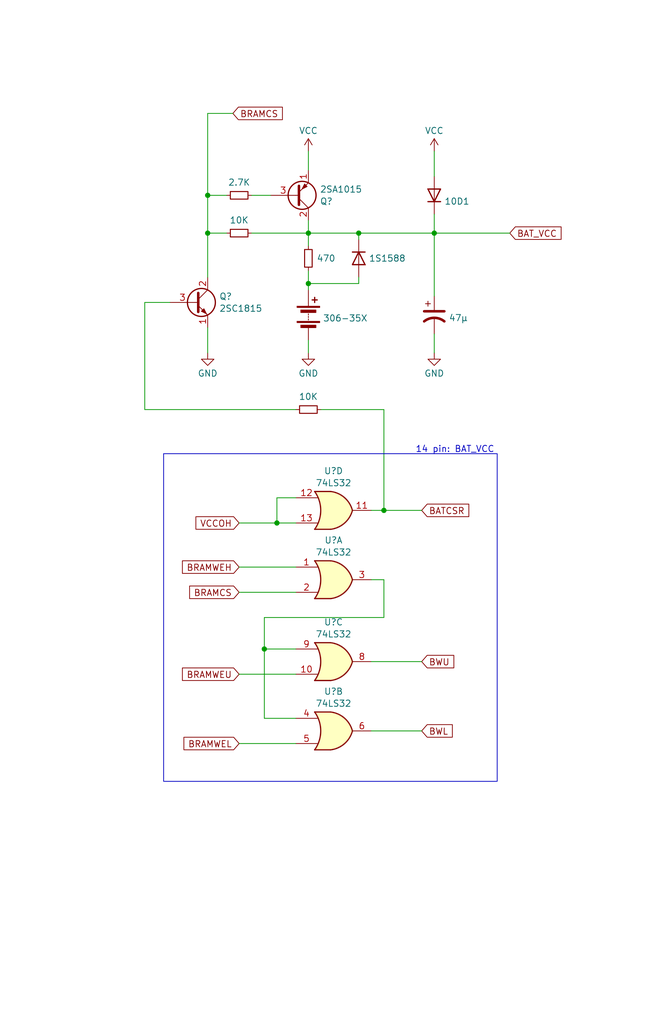
<source format=kicad_sch>
(kicad_sch (version 20230121) (generator eeschema)
  (paper "User" 135.026 206.4)
  (title_block (date "2023-08-15") (company "SNK") (comment 3 "Converted by Frater ") (comment 4 "NEO-GEO MVS MV1F") (comment 9 "https://github.com/Neo-Geo-Hardwares/Schematics-MV1F"))
  (lib_symbols
    (symbol "74xx:74LS32" (pin_names (offset 1.016))
      (property "Reference" "U" (at 0 1.27 0))
      (property "Value" "74LS32" (at 0 -1.27 0))
      (symbol "74LS32_1_1"
        (arc (start -3.81 -3.81) (mid -2.589 0) (end -3.81 3.81) (stroke (width 0.254)))
        (arc (start -0.6096 -3.81) (mid 2.1842 -2.5851) (end 3.81 0) (stroke (width 0.254)) (fill (type background)))
        (polyline (pts (xy -3.81 -3.81) (xy -0.635 -3.81)) (stroke (width 0.254)) (fill (type background)))
        (polyline (pts (xy -3.81 3.81) (xy -0.635 3.81)) (stroke (width 0.254)) (fill (type background)))
        (polyline (pts (xy -0.635 3.81) (xy -3.81 3.81) (xy -3.81 3.81) (xy -3.556 3.4036) (xy -3.0226 2.2606) (xy -2.6924 1.0414) (xy -2.6162 -0.254) (xy -2.7686 -1.4986) (xy -3.175 -2.7178) (xy -3.81 -3.81) (xy -3.81 -3.81) (xy -0.635 -3.81)) (stroke (width -25.4)) (fill (type background)))
        (arc (start 3.81 0) (mid 2.1915 2.5936) (end -0.6096 3.81) (stroke (width 0.254)) (fill (type background)))
        (pin input line (at -7.62 2.54 0) (length 4.318) (name "~") (number "1"))
        (pin input line (at -7.62 -2.54 0) (length 4.318) (name "~") (number "2"))
        (pin output line (at 7.62 0 180) (length 3.81) (name "~") (number "3"))
      )
      (symbol "74LS32_1_2"
        (arc (start 0 -3.81) (mid 3.7934 0) (end 0 3.81) (stroke (width 0.254)) (fill (type background)))
        (polyline (pts (xy 0 3.81) (xy -3.81 3.81) (xy -3.81 -3.81) (xy 0 -3.81)) (stroke (width 0.254)) (fill (type background)))
        (pin input inverted (at -7.62 2.54 0) (length 3.81) (name "~") (number "1"))
        (pin input inverted (at -7.62 -2.54 0) (length 3.81) (name "~") (number "2"))
        (pin output inverted (at 7.62 0 180) (length 3.81) (name "~") (number "3"))
      )
      (symbol "74LS32_2_1"
        (arc (start -3.81 -3.81) (mid -2.589 0) (end -3.81 3.81) (stroke (width 0.254)))
        (arc (start -0.6096 -3.81) (mid 2.1842 -2.5851) (end 3.81 0) (stroke (width 0.254)) (fill (type background)))
        (polyline (pts (xy -3.81 -3.81) (xy -0.635 -3.81)) (stroke (width 0.254)) (fill (type background)))
        (polyline (pts (xy -3.81 3.81) (xy -0.635 3.81)) (stroke (width 0.254)) (fill (type background)))
        (polyline (pts (xy -0.635 3.81) (xy -3.81 3.81) (xy -3.81 3.81) (xy -3.556 3.4036) (xy -3.0226 2.2606) (xy -2.6924 1.0414) (xy -2.6162 -0.254) (xy -2.7686 -1.4986) (xy -3.175 -2.7178) (xy -3.81 -3.81) (xy -3.81 -3.81) (xy -0.635 -3.81)) (stroke (width -25.4)) (fill (type background)))
        (arc (start 3.81 0) (mid 2.1915 2.5936) (end -0.6096 3.81) (stroke (width 0.254)) (fill (type background)))
        (pin input line (at -7.62 2.54 0) (length 4.318) (name "~") (number "4"))
        (pin input line (at -7.62 -2.54 0) (length 4.318) (name "~") (number "5"))
        (pin output line (at 7.62 0 180) (length 3.81) (name "~") (number "6"))
      )
      (symbol "74LS32_2_2"
        (arc (start 0 -3.81) (mid 3.7934 0) (end 0 3.81) (stroke (width 0.254)) (fill (type background)))
        (polyline (pts (xy 0 3.81) (xy -3.81 3.81) (xy -3.81 -3.81) (xy 0 -3.81)) (stroke (width 0.254)) (fill (type background)))
        (pin input inverted (at -7.62 2.54 0) (length 3.81) (name "~") (number "4"))
        (pin input inverted (at -7.62 -2.54 0) (length 3.81) (name "~") (number "5"))
        (pin output inverted (at 7.62 0 180) (length 3.81) (name "~") (number "6"))
      )
      (symbol "74LS32_3_1"
        (arc (start -3.81 -3.81) (mid -2.589 0) (end -3.81 3.81) (stroke (width 0.254)))
        (arc (start -0.6096 -3.81) (mid 2.1842 -2.5851) (end 3.81 0) (stroke (width 0.254)) (fill (type background)))
        (polyline (pts (xy -3.81 -3.81) (xy -0.635 -3.81)) (stroke (width 0.254)) (fill (type background)))
        (polyline (pts (xy -3.81 3.81) (xy -0.635 3.81)) (stroke (width 0.254)) (fill (type background)))
        (polyline (pts (xy -0.635 3.81) (xy -3.81 3.81) (xy -3.81 3.81) (xy -3.556 3.4036) (xy -3.0226 2.2606) (xy -2.6924 1.0414) (xy -2.6162 -0.254) (xy -2.7686 -1.4986) (xy -3.175 -2.7178) (xy -3.81 -3.81) (xy -3.81 -3.81) (xy -0.635 -3.81)) (stroke (width -25.4)) (fill (type background)))
        (arc (start 3.81 0) (mid 2.1915 2.5936) (end -0.6096 3.81) (stroke (width 0.254)) (fill (type background)))
        (pin input line (at -7.62 -2.54 0) (length 4.318) (name "~") (number "10"))
        (pin output line (at 7.62 0 180) (length 3.81) (name "~") (number "8"))
        (pin input line (at -7.62 2.54 0) (length 4.318) (name "~") (number "9"))
      )
      (symbol "74LS32_3_2"
        (arc (start 0 -3.81) (mid 3.7934 0) (end 0 3.81) (stroke (width 0.254)) (fill (type background)))
        (polyline (pts (xy 0 3.81) (xy -3.81 3.81) (xy -3.81 -3.81) (xy 0 -3.81)) (stroke (width 0.254)) (fill (type background)))
        (pin input inverted (at -7.62 -2.54 0) (length 3.81) (name "~") (number "10"))
        (pin output inverted (at 7.62 0 180) (length 3.81) (name "~") (number "8"))
        (pin input inverted (at -7.62 2.54 0) (length 3.81) (name "~") (number "9"))
      )
      (symbol "74LS32_4_1"
        (arc (start -3.81 -3.81) (mid -2.589 0) (end -3.81 3.81) (stroke (width 0.254)))
        (arc (start -0.6096 -3.81) (mid 2.1842 -2.5851) (end 3.81 0) (stroke (width 0.254)) (fill (type background)))
        (polyline (pts (xy -3.81 -3.81) (xy -0.635 -3.81)) (stroke (width 0.254)) (fill (type background)))
        (polyline (pts (xy -3.81 3.81) (xy -0.635 3.81)) (stroke (width 0.254)) (fill (type background)))
        (polyline (pts (xy -0.635 3.81) (xy -3.81 3.81) (xy -3.81 3.81) (xy -3.556 3.4036) (xy -3.0226 2.2606) (xy -2.6924 1.0414) (xy -2.6162 -0.254) (xy -2.7686 -1.4986) (xy -3.175 -2.7178) (xy -3.81 -3.81) (xy -3.81 -3.81) (xy -0.635 -3.81)) (stroke (width -25.4)) (fill (type background)))
        (arc (start 3.81 0) (mid 2.1915 2.5936) (end -0.6096 3.81) (stroke (width 0.254)) (fill (type background)))
        (pin output line (at 7.62 0 180) (length 3.81) (name "~") (number "11"))
        (pin input line (at -7.62 2.54 0) (length 4.318) (name "~") (number "12"))
        (pin input line (at -7.62 -2.54 0) (length 4.318) (name "~") (number "13"))
      )
      (symbol "74LS32_4_2"
        (arc (start 0 -3.81) (mid 3.7934 0) (end 0 3.81) (stroke (width 0.254)) (fill (type background)))
        (polyline (pts (xy 0 3.81) (xy -3.81 3.81) (xy -3.81 -3.81) (xy 0 -3.81)) (stroke (width 0.254)) (fill (type background)))
        (pin output inverted (at 7.62 0 180) (length 3.81) (name "~") (number "11"))
        (pin input inverted (at -7.62 2.54 0) (length 3.81) (name "~") (number "12"))
        (pin input inverted (at -7.62 -2.54 0) (length 3.81) (name "~") (number "13"))
      )
      (symbol "74LS32_5_0"
        (pin power_in line (at 0 12.7 270) (length 5.08) (name "VCC") (number "14"))
        (pin power_in line (at 0 -12.7 90) (length 5.08) (name "GND") (number "7"))
      )
      (symbol "74LS32_5_1"
        (rectangle (start -5.08 7.62) (end 5.08 -7.62) (stroke (width 0.254)) (fill (type background)))
      )
    )
    (symbol "Device:Battery" (pin_numbers hide) (pin_names (offset 0) hide)
      (property "Reference" "BT" (at 2.54 2.54 0))
      (property "Value" "Battery" (at 2.54 0 0))
      (symbol "Battery_0_1"
        (rectangle (start -2.286 -1.27) (end 2.286 -1.524) (fill (type outline)))
        (rectangle (start -2.286 1.778) (end 2.286 1.524) (fill (type outline)))
        (rectangle (start -1.524 -2.032) (end 1.524 -2.54) (fill (type outline)))
        (rectangle (start -1.524 1.016) (end 1.524 0.508) (fill (type outline)))
        (polyline (pts (xy 0 -1.016) (xy 0 -0.762)))
        (polyline (pts (xy 0 -0.508) (xy 0 -0.254)))
        (polyline (pts (xy 0 0) (xy 0 0.254)))
        (polyline (pts (xy 0 1.778) (xy 0 2.54)))
        (polyline (pts (xy 0.762 3.048) (xy 1.778 3.048)) (stroke (width 0.254)))
        (polyline (pts (xy 1.27 3.556) (xy 1.27 2.54)) (stroke (width 0.254)))
      )
      (symbol "Battery_1_1"
        (pin passive line (at 0 5.08 270) (length 2.54) (name "+") (number "1"))
        (pin passive line (at 0 -5.08 90) (length 2.54) (name "-") (number "2"))
      )
    )
    (symbol "Device:C_Polarized_US" (pin_numbers hide) (pin_names (offset 0.254) hide)
      (property "Reference" "C" (at 0.635 2.54 0))
      (property "Value" "C_Polarized_US" (at 0.635 -2.54 0))
      (symbol "C_Polarized_US_0_1"
        (polyline (pts (xy -2.032 0.762) (xy 2.032 0.762)) (stroke (width 0.508)))
        (polyline (pts (xy -1.778 2.286) (xy -0.762 2.286)))
        (polyline (pts (xy -1.27 1.778) (xy -1.27 2.794)))
        (arc (start 2.032 -1.27) (mid 0 -0.5572) (end -2.032 -1.27) (stroke (width 0.508)))
      )
      (symbol "C_Polarized_US_1_1"
        (pin passive line (at 0 3.81 270) (length 2.794) (name "~") (number "1"))
        (pin passive line (at 0 -3.81 90) (length 3.302) (name "~") (number "2"))
      )
    )
    (symbol "Device:R_Small" (pin_numbers hide) (pin_names (offset 0.254) hide)
      (property "Reference" "R" (at 0.762 0.508 0))
      (property "Value" "R_Small" (at 0.762 -1.016 0))
      (symbol "R_Small_0_1"
        (rectangle (start -0.762 1.778) (end 0.762 -1.778) (stroke (width 0.2032)))
      )
      (symbol "R_Small_1_1"
        (pin passive line (at 0 2.54 270) (length 0.762) (name "~") (number "1"))
        (pin passive line (at 0 -2.54 90) (length 0.762) (name "~") (number "2"))
      )
    )
    (symbol "Diode:1N4001" (pin_numbers hide) (pin_names hide)
      (property "Reference" "D" (at 0 2.54 0))
      (property "Value" "1N4001" (at 0 -2.54 0))
      (symbol "1N4001_0_1"
        (polyline (pts (xy -1.27 1.27) (xy -1.27 -1.27)) (stroke (width 0.254)))
        (polyline (pts (xy 1.27 0) (xy -1.27 0)))
        (polyline (pts (xy 1.27 1.27) (xy 1.27 -1.27) (xy -1.27 0) (xy 1.27 1.27)) (stroke (width 0.254)))
      )
      (symbol "1N4001_1_1"
        (pin passive line (at -3.81 0 0) (length 2.54) (name "K") (number "1"))
        (pin passive line (at 3.81 0 180) (length 2.54) (name "A") (number "2"))
      )
    )
    (symbol "Transistor_BJT:2SA1015" (pin_names (offset 0) hide)
      (property "Reference" "Q" (at 5.08 1.905 0))
      (property "Value" "2SA1015" (at 5.08 0 0))
      (symbol "2SA1015_0_1"
        (polyline (pts (xy 0 0) (xy 0.635 0)))
        (polyline (pts (xy 2.54 -2.54) (xy 0.635 -0.635)))
        (polyline (pts (xy 2.54 2.54) (xy 0.635 0.635)))
        (polyline (pts (xy 0.635 1.905) (xy 0.635 -1.905) (xy 0.635 -1.905)) (stroke (width 0.508)) (fill (type outline)))
        (polyline (pts (xy 1.778 -2.286) (xy 2.286 -1.778) (xy 1.27 -1.27) (xy 1.778 -2.286) (xy 1.778 -2.286)) (fill (type outline)))
        (circle (center 1.27 0) (radius 2.8194) (stroke (width 0.254)))
      )
      (symbol "2SA1015_1_1"
        (pin passive line (at 2.54 -5.08 90) (length 2.54) (name "E") (number "1"))
        (pin passive line (at 2.54 5.08 270) (length 2.54) (name "C") (number "2"))
        (pin input line (at -5.08 0 0) (length 5.08) (name "B") (number "3"))
      )
    )
    (symbol "Transistor_BJT:2SC1815" (pin_names (offset 0) hide)
      (property "Reference" "Q" (at 5.08 1.905 0))
      (property "Value" "2SC1815" (at 5.08 0 0))
      (symbol "2SC1815_0_1"
        (polyline (pts (xy 0 0) (xy 0.508 0)))
        (polyline (pts (xy 0.635 0.635) (xy 2.54 2.54)))
        (polyline (pts (xy 0.635 -0.635) (xy 2.54 -2.54) (xy 2.54 -2.54)))
        (polyline (pts (xy 0.635 1.905) (xy 0.635 -1.905) (xy 0.635 -1.905)) (stroke (width 0.508)))
        (polyline (pts (xy 1.27 -1.778) (xy 1.778 -1.27) (xy 2.286 -2.286) (xy 1.27 -1.778) (xy 1.27 -1.778)) (fill (type outline)))
        (circle (center 1.27 0) (radius 2.8194) (stroke (width 0.254)))
      )
      (symbol "2SC1815_1_1"
        (pin passive line (at 2.54 -5.08 90) (length 2.54) (name "E") (number "1"))
        (pin passive line (at 2.54 5.08 270) (length 2.54) (name "C") (number "2"))
        (pin input line (at -5.08 0 0) (length 5.08) (name "B") (number "3"))
      )
    )
    (symbol "power:GND" (power) (pin_names (offset 0))
      (property "Value" "GND" (at 0 -3.81 0))
      (symbol "GND_0_1"
        (polyline (pts (xy 0 0) (xy 0 -1.27) (xy 1.27 -1.27) (xy 0 -2.54) (xy -1.27 -1.27) (xy 0 -1.27)))
      )
      (symbol "GND_1_1"
        (pin power_in line (at 0 0 270) (length 0) hide (name "GND") (number "1"))
      )
    )
    (symbol "power:VCC" (power) (pin_names (offset 0))
      (property "Value" "VCC" (at 0 3.81 0))
      (symbol "VCC_0_1"
        (polyline (pts (xy -0.762 1.27) (xy 0 2.54)))
        (polyline (pts (xy 0 0) (xy 0 2.54)))
        (polyline (pts (xy 0 2.54) (xy 0.762 1.27)))
      )
      (symbol "VCC_1_1"
        (pin power_in line (at 0 0 90) (length 0) hide (name "VCC") (number "1"))
      )
    )
  )
  (junction (at 62.23 57.15))
  (junction (at 55.88 105.41))
  (junction (at 62.23 46.99))
  (junction (at 53.34 130.81))
  (junction (at 41.91 39.37))
  (junction (at 87.63 46.99))
  (junction (at 41.91 46.99))
  (junction (at 72.39 46.99))
  (junction (at 77.47 102.87))
  (wire (pts (xy 53.34 124.46) (xy 53.34 130.81)))
  (wire (pts (xy 72.39 46.99) (xy 72.39 48.26)))
  (wire (pts (xy 55.88 100.33) (xy 55.88 105.41)))
  (wire (pts (xy 41.91 71.12) (xy 41.91 66.04)))
  (wire (pts (xy 29.21 82.55) (xy 59.69 82.55)))
  (wire (pts (xy 87.63 46.99) (xy 102.87 46.99)))
  (wire (pts (xy 74.93 147.32) (xy 85.09 147.32)))
  (wire (pts (xy 62.23 30.48) (xy 62.23 34.29)))
  (wire (pts (xy 77.47 116.84) (xy 77.47 124.46)))
  (wire (pts (xy 87.63 43.18) (xy 87.63 46.99)))
  (wire (pts (xy 62.23 68.58) (xy 62.23 71.12)))
  (wire (pts (xy 74.93 116.84) (xy 77.47 116.84)))
  (wire (pts (xy 62.23 54.61) (xy 62.23 57.15)))
  (wire (pts (xy 48.26 114.3) (xy 59.69 114.3)))
  (wire (pts (xy 87.63 46.99) (xy 72.39 46.99)))
  (wire (pts (xy 59.69 100.33) (xy 55.88 100.33)))
  (wire (pts (xy 77.47 102.87) (xy 85.09 102.87)))
  (wire (pts (xy 59.69 144.78) (xy 53.34 144.78)))
  (wire (pts (xy 74.93 133.35) (xy 85.09 133.35)))
  (wire (pts (xy 48.26 119.38) (xy 59.69 119.38)))
  (wire (pts (xy 41.91 39.37) (xy 41.91 46.99)))
  (wire (pts (xy 29.21 82.55) (xy 29.21 60.96)))
  (wire (pts (xy 50.8 39.37) (xy 54.61 39.37)))
  (wire (pts (xy 55.88 105.41) (xy 59.69 105.41)))
  (wire (pts (xy 64.77 82.55) (xy 77.47 82.55)))
  (wire (pts (xy 77.47 124.46) (xy 53.34 124.46)))
  (wire (pts (xy 48.26 105.41) (xy 55.88 105.41)))
  (wire (pts (xy 87.63 46.99) (xy 87.63 59.69)))
  (wire (pts (xy 77.47 82.55) (xy 77.47 102.87)))
  (wire (pts (xy 62.23 57.15) (xy 62.23 58.42)))
  (wire (pts (xy 53.34 144.78) (xy 53.34 130.81)))
  (wire (pts (xy 48.26 149.86) (xy 59.69 149.86)))
  (wire (pts (xy 50.8 46.99) (xy 62.23 46.99)))
  (wire (pts (xy 48.26 135.89) (xy 59.69 135.89)))
  (wire (pts (xy 41.91 46.99) (xy 41.91 55.88)))
  (wire (pts (xy 41.91 39.37) (xy 45.72 39.37)))
  (wire (pts (xy 41.91 46.99) (xy 45.72 46.99)))
  (wire (pts (xy 62.23 44.45) (xy 62.23 46.99)))
  (wire (pts (xy 62.23 57.15) (xy 72.39 57.15)))
  (wire (pts (xy 53.34 130.81) (xy 59.69 130.81)))
  (wire (pts (xy 46.99 22.86) (xy 41.91 22.86)))
  (wire (pts (xy 41.91 22.86) (xy 41.91 39.37)))
  (wire (pts (xy 29.21 60.96) (xy 34.29 60.96)))
  (wire (pts (xy 74.93 102.87) (xy 77.47 102.87)))
  (wire (pts (xy 87.63 67.31) (xy 87.63 71.12)))
  (wire (pts (xy 72.39 46.99) (xy 62.23 46.99)))
  (wire (pts (xy 87.63 30.48) (xy 87.63 35.56)))
  (wire (pts (xy 62.23 46.99) (xy 62.23 49.53)))
  (wire (pts (xy 72.39 57.15) (xy 72.39 55.88)))
  (rectangle (start 33.02 91.44) (end 100.33 157.48))
  (text "14 pin: BAT_VCC" (at 83.82 91.44 0) (effects (font (size 1.27 1.27)) (justify left bottom)))
  (global_label "BWU" (shape input) (at 85.09 133.35 0) (property "Intersheetrefs" "${INTERSHEET_REFS}" (at 92.1271 133.35 0) (effects (justify left))))
  (global_label "BATCSR" (shape input) (at 85.09 102.87 0) (property "Intersheetrefs" "${INTERSHEET_REFS}" (at 95.1509 102.87 0) (effects (justify left))))
  (global_label "BRAMWEH" (shape input) (at 48.26 114.3 180) (property "Intersheetrefs" "${INTERSHEET_REFS}" (at 36.2639 114.3 0) (effects (justify right))))
  (global_label "BRAMCS" (shape input) (at 48.26 119.38 180) (property "Intersheetrefs" "${INTERSHEET_REFS}" (at 37.7153 119.38 0) (effects (justify right))))
  (global_label "BRAMCS" (shape input) (at 46.99 22.86 0) (property "Intersheetrefs" "${INTERSHEET_REFS}" (at 57.5347 22.86 0) (effects (justify left))))
  (global_label "BWL" (shape input) (at 85.09 147.32 0) (property "Intersheetrefs" "${INTERSHEET_REFS}" (at 91.8247 147.32 0) (effects (justify left))))
  (global_label "BRAMWEU" (shape input) (at 48.26 135.89 180) (property "Intersheetrefs" "${INTERSHEET_REFS}" (at 36.2639 135.89 0) (effects (justify right))))
  (global_label "VCCOH" (shape input) (at 48.26 105.41 180) (property "Intersheetrefs" "${INTERSHEET_REFS}" (at 38.9852 105.41 0) (effects (justify right))))
  (global_label "BRAMWEL" (shape input) (at 48.26 149.86 180) (property "Intersheetrefs" "${INTERSHEET_REFS}" (at 36.5663 149.86 0) (effects (justify right))))
  (global_label "BAT_VCC" (shape input) (at 102.87 46.99 0) (property "Intersheetrefs" "${INTERSHEET_REFS}" (at 113.7776 46.99 0) (effects (justify left))))
  (symbol (lib_id "Transistor_BJT:2SC1815") (at 39.37 60.96 0) (unit 1)
    (property "Reference" "Q?" (at 44.2214 59.7479 0) (effects (justify left)))
    (property "Value" "2SC1815" (at 44.2214 62.1721 0) (effects (justify left)))
    (property "Footprint" "Package_TO_SOT_THT:TO-92_Inline" (effects hide))
    (property "Datasheet" "https://media.digikey.com/pdf/Data%20Sheets/Toshiba%20PDFs/2SC1815.pdf" (effects hide))
    (instances (project "MVS" (path "" (reference "Q?") (unit 1)) (path "" (reference "Q1") (unit 1))))
  )
  (symbol (lib_id "power:GND") (at 62.23 71.12 0) (unit 1)
    (property "Reference" "#PWR?" (effects hide))
    (property "Value" "GND" (at 62.23 75.2531 0))
    (instances (project "MVS" (path "" (reference "#PWR?") (unit 1)) (path "" (reference "#PWR014") (unit 1))))
  )
  (symbol (lib_id "Device:R_Small") (at 62.23 52.07 180) (unit 1)
    (property "Reference" "R?" (effects hide))
    (property "Value" "470" (at 63.881 52.07 0) (effects (justify right)))
    (instances (project "MVS" (path "" (reference "R?") (unit 1)) (path "" (reference "R3") (unit 1))))
  )
  (symbol (lib_id "Device:R_Small") (at 62.23 82.55 90) (unit 1)
    (property "Reference" "R?" (effects hide))
    (property "Value" "10K" (at 62.23 79.9409 90))
    (instances (project "MVS" (path "" (reference "R?") (unit 1)) (path "" (reference "R4") (unit 1))))
  )
  (symbol (lib_id "power:VCC") (at 62.23 30.48 0) (unit 1)
    (property "Reference" "#PWR?" (effects hide))
    (property "Value" "VCC" (at 62.23 26.3469 0))
    (instances (project "MVS" (path "" (reference "#PWR?") (unit 1)) (path "" (reference "#PWR013") (unit 1))))
  )
  (symbol (lib_id "power:GND") (at 41.91 71.12 0) (unit 1)
    (property "Reference" "#PWR?" (effects hide))
    (property "Value" "GND" (at 41.91 75.2531 0))
    (instances (project "MVS" (path "" (reference "#PWR?") (unit 1)) (path "" (reference "#PWR012") (unit 1))))
  )
  (symbol (lib_id "Device:C_Polarized_US") (at 87.63 63.5 0) (unit 1)
    (property "Reference" "C?" (effects hide))
    (property "Value" "47µ" (at 90.551 64.0771 0) (effects (justify left)))
    (instances (project "MVS" (path "" (reference "C?") (unit 1)) (path "" (reference "C1") (unit 1))))
  )
  (symbol (lib_id "Diode:1N4001") (at 72.39 52.07 270) (unit 1)
    (property "Reference" "D?" (effects hide))
    (property "Value" "1S1588" (at 74.422 52.07 90) (effects (justify left)))
    (property "Footprint" "Diode_THT:D_DO-41_SOD81_P10.16mm_Horizontal" (effects hide))
    (property "Datasheet" "http://www.vishay.com/docs/88503/1n4001.pdf" (effects hide))
    (property "Sim.Device" "D" (effects hide))
    (property "Sim.Pins" "1=K 2=A" (effects hide))
    (instances (project "MVS" (path "" (reference "D?") (unit 1)) (path "" (reference "D1") (unit 1))))
  )
  (symbol (lib_id "Device:Battery") (at 62.23 63.5 0) (unit 1)
    (property "Reference" "BT?" (effects hide))
    (property "Value" "306-35X" (at 65.151 64.1406 0) (effects (justify left)))
    (instances (project "MVS" (path "" (reference "BT?") (unit 1)) (path "" (reference "BT1") (unit 1))))
  )
  (symbol (lib_id "74xx:74LS32") (at 67.31 102.87 0) (unit 4)
    (property "Reference" "U?" (at 67.31 94.9157 0))
    (property "Value" "74LS32" (at 67.31 97.3399 0))
    (property "Footprint" "Package_DIP:DIP-14_W7.62mm" (effects hide))
    (property "Datasheet" "http://www.ti.com/lit/gpn/sn74LS32" (effects hide))
    (instances (project "MVS" (path "" (reference "U?") (unit 4)) (path "" (reference "U2") (unit 4))))
  )
  (symbol (lib_id "Device:R_Small") (at 48.26 39.37 90) (unit 1)
    (property "Reference" "R?" (effects hide))
    (property "Value" "2.7K" (at 48.26 36.7609 90))
    (instances (project "MVS" (path "" (reference "R?") (unit 1)) (path "" (reference "R1") (unit 1))))
  )
  (symbol (lib_id "74xx:74LS32") (at 67.31 116.84 0) (unit 1)
    (property "Reference" "U?" (at 67.31 108.8857 0))
    (property "Value" "74LS32" (at 67.31 111.3099 0))
    (property "Footprint" "Package_DIP:DIP-14_W7.62mm" (effects hide))
    (property "Datasheet" "http://www.ti.com/lit/gpn/sn74LS32" (effects hide))
    (instances (project "MVS" (path "" (reference "U?") (unit 1)) (path "" (reference "U2") (unit 1))))
  )
  (symbol (lib_id "Transistor_BJT:2SA1015") (at 59.69 39.37 0) (mirror x) (unit 1)
    (property "Reference" "Q?" (at 64.5414 40.5821 0) (effects (justify left)))
    (property "Value" "2SA1015" (at 64.5414 38.1579 0) (effects (justify left)))
    (property "Footprint" "Package_TO_SOT_THT:TO-92_Inline" (effects hide))
    (property "Datasheet" "http://www.datasheetcatalog.org/datasheet/toshiba/905.pdf" (effects hide))
    (instances (project "MVS" (path "" (reference "Q?") (unit 1)) (path "" (reference "Q2") (unit 1))))
  )
  (symbol (lib_id "power:GND") (at 87.63 71.12 0) (unit 1)
    (property "Reference" "#PWR?" (effects hide))
    (property "Value" "GND" (at 87.63 75.2531 0))
    (instances (project "MVS" (path "" (reference "#PWR?") (unit 1)) (path "" (reference "#PWR016") (unit 1))))
  )
  (symbol (lib_id "power:VCC") (at 87.63 30.48 0) (unit 1)
    (property "Reference" "#PWR?" (effects hide))
    (property "Value" "VCC" (at 87.63 26.3469 0))
    (instances (project "MVS" (path "" (reference "#PWR?") (unit 1)) (path "" (reference "#PWR015") (unit 1))))
  )
  (symbol (lib_id "Diode:1N4001") (at 87.63 39.37 90) (unit 1)
    (property "Reference" "D?" (effects hide))
    (property "Value" "10D1" (at 89.662 40.5821 90) (effects (justify right)))
    (property "Footprint" "Diode_THT:D_DO-41_SOD81_P10.16mm_Horizontal" (effects hide))
    (property "Datasheet" "http://www.vishay.com/docs/88503/1n4001.pdf" (effects hide))
    (property "Sim.Device" "D" (effects hide))
    (property "Sim.Pins" "1=K 2=A" (effects hide))
    (instances (project "MVS" (path "" (reference "D?") (unit 1)) (path "" (reference "D2") (unit 1))))
  )
  (symbol (lib_id "74xx:74LS32") (at 67.31 133.35 0) (unit 3)
    (property "Reference" "U?" (at 67.31 125.3957 0))
    (property "Value" "74LS32" (at 67.31 127.8199 0))
    (property "Footprint" "Package_DIP:DIP-14_W7.62mm" (effects hide))
    (property "Datasheet" "http://www.ti.com/lit/gpn/sn74LS32" (effects hide))
    (instances (project "MVS" (path "" (reference "U?") (unit 3)) (path "" (reference "U2") (unit 3))))
  )
  (symbol (lib_id "Device:R_Small") (at 48.26 46.99 90) (unit 1)
    (property "Reference" "R?" (effects hide))
    (property "Value" "10K" (at 48.26 44.3809 90))
    (instances (project "MVS" (path "" (reference "R?") (unit 1)) (path "" (reference "R2") (unit 1))))
  )
  (symbol (lib_id "74xx:74LS32") (at 67.31 147.32 0) (unit 2)
    (property "Reference" "U?" (at 67.31 139.3657 0))
    (property "Value" "74LS32" (at 67.31 141.7899 0))
    (property "Footprint" "Package_DIP:DIP-14_W7.62mm" (effects hide))
    (property "Datasheet" "http://www.ti.com/lit/gpn/sn74LS32" (effects hide))
    (instances (project "MVS" (path "" (reference "U?") (unit 2)) (path "" (reference "U2") (unit 2))))
  )
)
</source>
